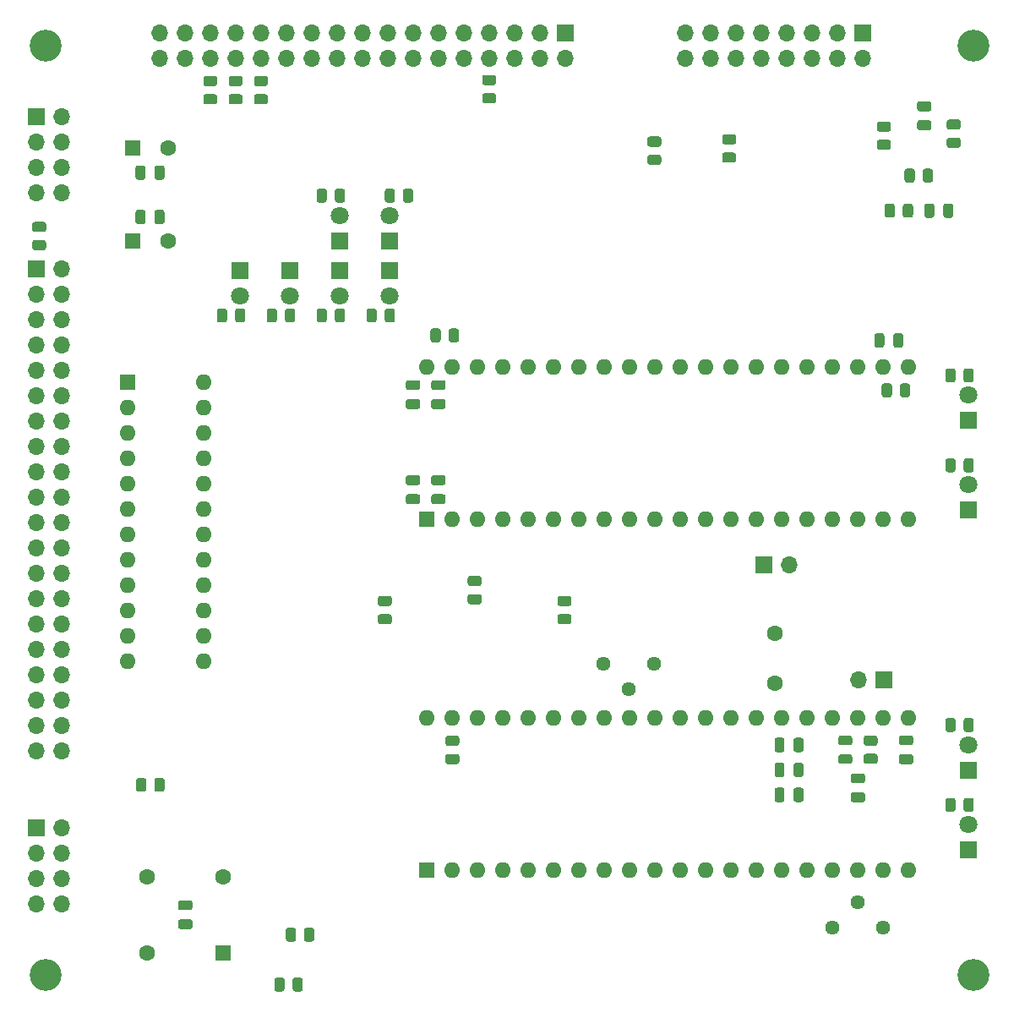
<source format=gbr>
%TF.GenerationSoftware,KiCad,Pcbnew,(5.1.9)-1*%
%TF.CreationDate,2021-06-05T00:45:16-04:00*%
%TF.ProjectId,main,6d61696e-2e6b-4696-9361-645f70636258,rev?*%
%TF.SameCoordinates,Original*%
%TF.FileFunction,Soldermask,Bot*%
%TF.FilePolarity,Negative*%
%FSLAX46Y46*%
G04 Gerber Fmt 4.6, Leading zero omitted, Abs format (unit mm)*
G04 Created by KiCad (PCBNEW (5.1.9)-1) date 2021-06-05 00:45:16*
%MOMM*%
%LPD*%
G01*
G04 APERTURE LIST*
%ADD10C,1.600000*%
%ADD11C,1.800000*%
%ADD12R,1.800000X1.800000*%
%ADD13C,1.440000*%
%ADD14O,1.700000X1.700000*%
%ADD15R,1.700000X1.700000*%
%ADD16R,1.600000X1.600000*%
%ADD17O,1.600000X1.600000*%
%ADD18C,3.200000*%
G04 APERTURE END LIST*
D10*
%TO.C,C44*%
X96600000Y-82300000D03*
X96600000Y-87300000D03*
%TD*%
%TO.C,C42*%
G36*
G01*
X109253000Y-94430000D02*
X110203000Y-94430000D01*
G75*
G02*
X110453000Y-94680000I0J-250000D01*
G01*
X110453000Y-95180000D01*
G75*
G02*
X110203000Y-95430000I-250000J0D01*
G01*
X109253000Y-95430000D01*
G75*
G02*
X109003000Y-95180000I0J250000D01*
G01*
X109003000Y-94680000D01*
G75*
G02*
X109253000Y-94430000I250000J0D01*
G01*
G37*
G36*
G01*
X109253000Y-92530000D02*
X110203000Y-92530000D01*
G75*
G02*
X110453000Y-92780000I0J-250000D01*
G01*
X110453000Y-93280000D01*
G75*
G02*
X110203000Y-93530000I-250000J0D01*
G01*
X109253000Y-93530000D01*
G75*
G02*
X109003000Y-93280000I0J250000D01*
G01*
X109003000Y-92780000D01*
G75*
G02*
X109253000Y-92530000I250000J0D01*
G01*
G37*
%TD*%
%TO.C,C40*%
G36*
G01*
X107550000Y-52525000D02*
X107550000Y-53475000D01*
G75*
G02*
X107300000Y-53725000I-250000J0D01*
G01*
X106800000Y-53725000D01*
G75*
G02*
X106550000Y-53475000I0J250000D01*
G01*
X106550000Y-52525000D01*
G75*
G02*
X106800000Y-52275000I250000J0D01*
G01*
X107300000Y-52275000D01*
G75*
G02*
X107550000Y-52525000I0J-250000D01*
G01*
G37*
G36*
G01*
X109450000Y-52525000D02*
X109450000Y-53475000D01*
G75*
G02*
X109200000Y-53725000I-250000J0D01*
G01*
X108700000Y-53725000D01*
G75*
G02*
X108450000Y-53475000I0J250000D01*
G01*
X108450000Y-52525000D01*
G75*
G02*
X108700000Y-52275000I250000J0D01*
G01*
X109200000Y-52275000D01*
G75*
G02*
X109450000Y-52525000I0J-250000D01*
G01*
G37*
%TD*%
%TO.C,C33*%
G36*
G01*
X60800000Y-67495000D02*
X59850000Y-67495000D01*
G75*
G02*
X59600000Y-67245000I0J250000D01*
G01*
X59600000Y-66745000D01*
G75*
G02*
X59850000Y-66495000I250000J0D01*
G01*
X60800000Y-66495000D01*
G75*
G02*
X61050000Y-66745000I0J-250000D01*
G01*
X61050000Y-67245000D01*
G75*
G02*
X60800000Y-67495000I-250000J0D01*
G01*
G37*
G36*
G01*
X60800000Y-69395000D02*
X59850000Y-69395000D01*
G75*
G02*
X59600000Y-69145000I0J250000D01*
G01*
X59600000Y-68645000D01*
G75*
G02*
X59850000Y-68395000I250000J0D01*
G01*
X60800000Y-68395000D01*
G75*
G02*
X61050000Y-68645000I0J-250000D01*
G01*
X61050000Y-69145000D01*
G75*
G02*
X60800000Y-69395000I-250000J0D01*
G01*
G37*
%TD*%
%TO.C,C32*%
G36*
G01*
X59850000Y-58870000D02*
X60800000Y-58870000D01*
G75*
G02*
X61050000Y-59120000I0J-250000D01*
G01*
X61050000Y-59620000D01*
G75*
G02*
X60800000Y-59870000I-250000J0D01*
G01*
X59850000Y-59870000D01*
G75*
G02*
X59600000Y-59620000I0J250000D01*
G01*
X59600000Y-59120000D01*
G75*
G02*
X59850000Y-58870000I250000J0D01*
G01*
G37*
G36*
G01*
X59850000Y-56970000D02*
X60800000Y-56970000D01*
G75*
G02*
X61050000Y-57220000I0J-250000D01*
G01*
X61050000Y-57720000D01*
G75*
G02*
X60800000Y-57970000I-250000J0D01*
G01*
X59850000Y-57970000D01*
G75*
G02*
X59600000Y-57720000I0J250000D01*
G01*
X59600000Y-57220000D01*
G75*
G02*
X59850000Y-56970000I250000J0D01*
G01*
G37*
%TD*%
%TO.C,R31*%
G36*
G01*
X52487500Y-38950001D02*
X52487500Y-38049999D01*
G75*
G02*
X52737499Y-37800000I249999J0D01*
G01*
X53262501Y-37800000D01*
G75*
G02*
X53512500Y-38049999I0J-249999D01*
G01*
X53512500Y-38950001D01*
G75*
G02*
X53262501Y-39200000I-249999J0D01*
G01*
X52737499Y-39200000D01*
G75*
G02*
X52487500Y-38950001I0J249999D01*
G01*
G37*
G36*
G01*
X50662500Y-38950001D02*
X50662500Y-38049999D01*
G75*
G02*
X50912499Y-37800000I249999J0D01*
G01*
X51437501Y-37800000D01*
G75*
G02*
X51687500Y-38049999I0J-249999D01*
G01*
X51687500Y-38950001D01*
G75*
G02*
X51437501Y-39200000I-249999J0D01*
G01*
X50912499Y-39200000D01*
G75*
G02*
X50662500Y-38950001I0J249999D01*
G01*
G37*
%TD*%
%TO.C,R30*%
G36*
G01*
X58512500Y-38049999D02*
X58512500Y-38950001D01*
G75*
G02*
X58262501Y-39200000I-249999J0D01*
G01*
X57737499Y-39200000D01*
G75*
G02*
X57487500Y-38950001I0J249999D01*
G01*
X57487500Y-38049999D01*
G75*
G02*
X57737499Y-37800000I249999J0D01*
G01*
X58262501Y-37800000D01*
G75*
G02*
X58512500Y-38049999I0J-249999D01*
G01*
G37*
G36*
G01*
X60337500Y-38049999D02*
X60337500Y-38950001D01*
G75*
G02*
X60087501Y-39200000I-249999J0D01*
G01*
X59562499Y-39200000D01*
G75*
G02*
X59312500Y-38950001I0J249999D01*
G01*
X59312500Y-38049999D01*
G75*
G02*
X59562499Y-37800000I249999J0D01*
G01*
X60087501Y-37800000D01*
G75*
G02*
X60337500Y-38049999I0J-249999D01*
G01*
G37*
%TD*%
%TO.C,R29*%
G36*
G01*
X57487500Y-50950001D02*
X57487500Y-50049999D01*
G75*
G02*
X57737499Y-49800000I249999J0D01*
G01*
X58262501Y-49800000D01*
G75*
G02*
X58512500Y-50049999I0J-249999D01*
G01*
X58512500Y-50950001D01*
G75*
G02*
X58262501Y-51200000I-249999J0D01*
G01*
X57737499Y-51200000D01*
G75*
G02*
X57487500Y-50950001I0J249999D01*
G01*
G37*
G36*
G01*
X55662500Y-50950001D02*
X55662500Y-50049999D01*
G75*
G02*
X55912499Y-49800000I249999J0D01*
G01*
X56437501Y-49800000D01*
G75*
G02*
X56687500Y-50049999I0J-249999D01*
G01*
X56687500Y-50950001D01*
G75*
G02*
X56437501Y-51200000I-249999J0D01*
G01*
X55912499Y-51200000D01*
G75*
G02*
X55662500Y-50950001I0J249999D01*
G01*
G37*
%TD*%
%TO.C,R28*%
G36*
G01*
X52487500Y-50950001D02*
X52487500Y-50049999D01*
G75*
G02*
X52737499Y-49800000I249999J0D01*
G01*
X53262501Y-49800000D01*
G75*
G02*
X53512500Y-50049999I0J-249999D01*
G01*
X53512500Y-50950001D01*
G75*
G02*
X53262501Y-51200000I-249999J0D01*
G01*
X52737499Y-51200000D01*
G75*
G02*
X52487500Y-50950001I0J249999D01*
G01*
G37*
G36*
G01*
X50662500Y-50950001D02*
X50662500Y-50049999D01*
G75*
G02*
X50912499Y-49800000I249999J0D01*
G01*
X51437501Y-49800000D01*
G75*
G02*
X51687500Y-50049999I0J-249999D01*
G01*
X51687500Y-50950001D01*
G75*
G02*
X51437501Y-51200000I-249999J0D01*
G01*
X50912499Y-51200000D01*
G75*
G02*
X50662500Y-50950001I0J249999D01*
G01*
G37*
%TD*%
%TO.C,R27*%
G36*
G01*
X47487500Y-50950001D02*
X47487500Y-50049999D01*
G75*
G02*
X47737499Y-49800000I249999J0D01*
G01*
X48262501Y-49800000D01*
G75*
G02*
X48512500Y-50049999I0J-249999D01*
G01*
X48512500Y-50950001D01*
G75*
G02*
X48262501Y-51200000I-249999J0D01*
G01*
X47737499Y-51200000D01*
G75*
G02*
X47487500Y-50950001I0J249999D01*
G01*
G37*
G36*
G01*
X45662500Y-50950001D02*
X45662500Y-50049999D01*
G75*
G02*
X45912499Y-49800000I249999J0D01*
G01*
X46437501Y-49800000D01*
G75*
G02*
X46687500Y-50049999I0J-249999D01*
G01*
X46687500Y-50950001D01*
G75*
G02*
X46437501Y-51200000I-249999J0D01*
G01*
X45912499Y-51200000D01*
G75*
G02*
X45662500Y-50950001I0J249999D01*
G01*
G37*
%TD*%
%TO.C,R26*%
G36*
G01*
X42487500Y-50950001D02*
X42487500Y-50049999D01*
G75*
G02*
X42737499Y-49800000I249999J0D01*
G01*
X43262501Y-49800000D01*
G75*
G02*
X43512500Y-50049999I0J-249999D01*
G01*
X43512500Y-50950001D01*
G75*
G02*
X43262501Y-51200000I-249999J0D01*
G01*
X42737499Y-51200000D01*
G75*
G02*
X42487500Y-50950001I0J249999D01*
G01*
G37*
G36*
G01*
X40662500Y-50950001D02*
X40662500Y-50049999D01*
G75*
G02*
X40912499Y-49800000I249999J0D01*
G01*
X41437501Y-49800000D01*
G75*
G02*
X41687500Y-50049999I0J-249999D01*
G01*
X41687500Y-50950001D01*
G75*
G02*
X41437501Y-51200000I-249999J0D01*
G01*
X40912499Y-51200000D01*
G75*
G02*
X40662500Y-50950001I0J249999D01*
G01*
G37*
%TD*%
%TO.C,R25*%
G36*
G01*
X115488000Y-65950001D02*
X115488000Y-65049999D01*
G75*
G02*
X115737999Y-64800000I249999J0D01*
G01*
X116263001Y-64800000D01*
G75*
G02*
X116513000Y-65049999I0J-249999D01*
G01*
X116513000Y-65950001D01*
G75*
G02*
X116263001Y-66200000I-249999J0D01*
G01*
X115737999Y-66200000D01*
G75*
G02*
X115488000Y-65950001I0J249999D01*
G01*
G37*
G36*
G01*
X113663000Y-65950001D02*
X113663000Y-65049999D01*
G75*
G02*
X113912999Y-64800000I249999J0D01*
G01*
X114438001Y-64800000D01*
G75*
G02*
X114688000Y-65049999I0J-249999D01*
G01*
X114688000Y-65950001D01*
G75*
G02*
X114438001Y-66200000I-249999J0D01*
G01*
X113912999Y-66200000D01*
G75*
G02*
X113663000Y-65950001I0J249999D01*
G01*
G37*
%TD*%
%TO.C,R24*%
G36*
G01*
X115488000Y-91950001D02*
X115488000Y-91049999D01*
G75*
G02*
X115737999Y-90800000I249999J0D01*
G01*
X116263001Y-90800000D01*
G75*
G02*
X116513000Y-91049999I0J-249999D01*
G01*
X116513000Y-91950001D01*
G75*
G02*
X116263001Y-92200000I-249999J0D01*
G01*
X115737999Y-92200000D01*
G75*
G02*
X115488000Y-91950001I0J249999D01*
G01*
G37*
G36*
G01*
X113663000Y-91950001D02*
X113663000Y-91049999D01*
G75*
G02*
X113912999Y-90800000I249999J0D01*
G01*
X114438001Y-90800000D01*
G75*
G02*
X114688000Y-91049999I0J-249999D01*
G01*
X114688000Y-91950001D01*
G75*
G02*
X114438001Y-92200000I-249999J0D01*
G01*
X113912999Y-92200000D01*
G75*
G02*
X113663000Y-91950001I0J249999D01*
G01*
G37*
%TD*%
%TO.C,R22*%
G36*
G01*
X115488000Y-56950001D02*
X115488000Y-56049999D01*
G75*
G02*
X115737999Y-55800000I249999J0D01*
G01*
X116263001Y-55800000D01*
G75*
G02*
X116513000Y-56049999I0J-249999D01*
G01*
X116513000Y-56950001D01*
G75*
G02*
X116263001Y-57200000I-249999J0D01*
G01*
X115737999Y-57200000D01*
G75*
G02*
X115488000Y-56950001I0J249999D01*
G01*
G37*
G36*
G01*
X113663000Y-56950001D02*
X113663000Y-56049999D01*
G75*
G02*
X113912999Y-55800000I249999J0D01*
G01*
X114438001Y-55800000D01*
G75*
G02*
X114688000Y-56049999I0J-249999D01*
G01*
X114688000Y-56950001D01*
G75*
G02*
X114438001Y-57200000I-249999J0D01*
G01*
X113912999Y-57200000D01*
G75*
G02*
X113663000Y-56950001I0J249999D01*
G01*
G37*
%TD*%
%TO.C,R21*%
G36*
G01*
X115488000Y-99950001D02*
X115488000Y-99049999D01*
G75*
G02*
X115737999Y-98800000I249999J0D01*
G01*
X116263001Y-98800000D01*
G75*
G02*
X116513000Y-99049999I0J-249999D01*
G01*
X116513000Y-99950001D01*
G75*
G02*
X116263001Y-100200000I-249999J0D01*
G01*
X115737999Y-100200000D01*
G75*
G02*
X115488000Y-99950001I0J249999D01*
G01*
G37*
G36*
G01*
X113663000Y-99950001D02*
X113663000Y-99049999D01*
G75*
G02*
X113912999Y-98800000I249999J0D01*
G01*
X114438001Y-98800000D01*
G75*
G02*
X114688000Y-99049999I0J-249999D01*
G01*
X114688000Y-99950001D01*
G75*
G02*
X114438001Y-100200000I-249999J0D01*
G01*
X113912999Y-100200000D01*
G75*
G02*
X113663000Y-99950001I0J249999D01*
G01*
G37*
%TD*%
D11*
%TO.C,D11*%
X53000000Y-40460000D03*
D12*
X53000000Y-43000000D03*
%TD*%
D11*
%TO.C,D10*%
X58000000Y-40460000D03*
D12*
X58000000Y-43000000D03*
%TD*%
D11*
%TO.C,D9*%
X58000000Y-48540000D03*
D12*
X58000000Y-46000000D03*
%TD*%
D11*
%TO.C,D8*%
X53000000Y-48540000D03*
D12*
X53000000Y-46000000D03*
%TD*%
D11*
%TO.C,D7*%
X48000000Y-48540000D03*
D12*
X48000000Y-46000000D03*
%TD*%
D11*
%TO.C,D6*%
X43000000Y-48540000D03*
D12*
X43000000Y-46000000D03*
%TD*%
D11*
%TO.C,D5*%
X116000000Y-67460000D03*
D12*
X116000000Y-70000000D03*
%TD*%
D11*
%TO.C,D4*%
X116000000Y-93460000D03*
D12*
X116000000Y-96000000D03*
%TD*%
D11*
%TO.C,D3*%
X116000000Y-58460000D03*
D12*
X116000000Y-61000000D03*
%TD*%
D11*
%TO.C,D2*%
X116000000Y-101460000D03*
D12*
X116000000Y-104000000D03*
%TD*%
%TO.C,C31*%
G36*
G01*
X63340000Y-67495000D02*
X62390000Y-67495000D01*
G75*
G02*
X62140000Y-67245000I0J250000D01*
G01*
X62140000Y-66745000D01*
G75*
G02*
X62390000Y-66495000I250000J0D01*
G01*
X63340000Y-66495000D01*
G75*
G02*
X63590000Y-66745000I0J-250000D01*
G01*
X63590000Y-67245000D01*
G75*
G02*
X63340000Y-67495000I-250000J0D01*
G01*
G37*
G36*
G01*
X63340000Y-69395000D02*
X62390000Y-69395000D01*
G75*
G02*
X62140000Y-69145000I0J250000D01*
G01*
X62140000Y-68645000D01*
G75*
G02*
X62390000Y-68395000I250000J0D01*
G01*
X63340000Y-68395000D01*
G75*
G02*
X63590000Y-68645000I0J-250000D01*
G01*
X63590000Y-69145000D01*
G75*
G02*
X63340000Y-69395000I-250000J0D01*
G01*
G37*
%TD*%
%TO.C,C30*%
G36*
G01*
X62390000Y-58870000D02*
X63340000Y-58870000D01*
G75*
G02*
X63590000Y-59120000I0J-250000D01*
G01*
X63590000Y-59620000D01*
G75*
G02*
X63340000Y-59870000I-250000J0D01*
G01*
X62390000Y-59870000D01*
G75*
G02*
X62140000Y-59620000I0J250000D01*
G01*
X62140000Y-59120000D01*
G75*
G02*
X62390000Y-58870000I250000J0D01*
G01*
G37*
G36*
G01*
X62390000Y-56970000D02*
X63340000Y-56970000D01*
G75*
G02*
X63590000Y-57220000I0J-250000D01*
G01*
X63590000Y-57720000D01*
G75*
G02*
X63340000Y-57970000I-250000J0D01*
G01*
X62390000Y-57970000D01*
G75*
G02*
X62140000Y-57720000I0J250000D01*
G01*
X62140000Y-57220000D01*
G75*
G02*
X62390000Y-56970000I250000J0D01*
G01*
G37*
%TD*%
%TO.C,R23*%
G36*
G01*
X75049999Y-80400000D02*
X75950001Y-80400000D01*
G75*
G02*
X76200000Y-80649999I0J-249999D01*
G01*
X76200000Y-81175001D01*
G75*
G02*
X75950001Y-81425000I-249999J0D01*
G01*
X75049999Y-81425000D01*
G75*
G02*
X74800000Y-81175001I0J249999D01*
G01*
X74800000Y-80649999D01*
G75*
G02*
X75049999Y-80400000I249999J0D01*
G01*
G37*
G36*
G01*
X75049999Y-78575000D02*
X75950001Y-78575000D01*
G75*
G02*
X76200000Y-78824999I0J-249999D01*
G01*
X76200000Y-79350001D01*
G75*
G02*
X75950001Y-79600000I-249999J0D01*
G01*
X75049999Y-79600000D01*
G75*
G02*
X74800000Y-79350001I0J249999D01*
G01*
X74800000Y-78824999D01*
G75*
G02*
X75049999Y-78575000I249999J0D01*
G01*
G37*
%TD*%
%TO.C,R20*%
G36*
G01*
X40455001Y-27540000D02*
X39554999Y-27540000D01*
G75*
G02*
X39305000Y-27290001I0J249999D01*
G01*
X39305000Y-26764999D01*
G75*
G02*
X39554999Y-26515000I249999J0D01*
G01*
X40455001Y-26515000D01*
G75*
G02*
X40705000Y-26764999I0J-249999D01*
G01*
X40705000Y-27290001D01*
G75*
G02*
X40455001Y-27540000I-249999J0D01*
G01*
G37*
G36*
G01*
X40455001Y-29365000D02*
X39554999Y-29365000D01*
G75*
G02*
X39305000Y-29115001I0J249999D01*
G01*
X39305000Y-28589999D01*
G75*
G02*
X39554999Y-28340000I249999J0D01*
G01*
X40455001Y-28340000D01*
G75*
G02*
X40705000Y-28589999I0J-249999D01*
G01*
X40705000Y-29115001D01*
G75*
G02*
X40455001Y-29365000I-249999J0D01*
G01*
G37*
%TD*%
%TO.C,R19*%
G36*
G01*
X42995001Y-27540000D02*
X42094999Y-27540000D01*
G75*
G02*
X41845000Y-27290001I0J249999D01*
G01*
X41845000Y-26764999D01*
G75*
G02*
X42094999Y-26515000I249999J0D01*
G01*
X42995001Y-26515000D01*
G75*
G02*
X43245000Y-26764999I0J-249999D01*
G01*
X43245000Y-27290001D01*
G75*
G02*
X42995001Y-27540000I-249999J0D01*
G01*
G37*
G36*
G01*
X42995001Y-29365000D02*
X42094999Y-29365000D01*
G75*
G02*
X41845000Y-29115001I0J249999D01*
G01*
X41845000Y-28589999D01*
G75*
G02*
X42094999Y-28340000I249999J0D01*
G01*
X42995001Y-28340000D01*
G75*
G02*
X43245000Y-28589999I0J-249999D01*
G01*
X43245000Y-29115001D01*
G75*
G02*
X42995001Y-29365000I-249999J0D01*
G01*
G37*
%TD*%
%TO.C,R18*%
G36*
G01*
X45535001Y-27540000D02*
X44634999Y-27540000D01*
G75*
G02*
X44385000Y-27290001I0J249999D01*
G01*
X44385000Y-26764999D01*
G75*
G02*
X44634999Y-26515000I249999J0D01*
G01*
X45535001Y-26515000D01*
G75*
G02*
X45785000Y-26764999I0J-249999D01*
G01*
X45785000Y-27290001D01*
G75*
G02*
X45535001Y-27540000I-249999J0D01*
G01*
G37*
G36*
G01*
X45535001Y-29365000D02*
X44634999Y-29365000D01*
G75*
G02*
X44385000Y-29115001I0J249999D01*
G01*
X44385000Y-28589999D01*
G75*
G02*
X44634999Y-28340000I249999J0D01*
G01*
X45535001Y-28340000D01*
G75*
G02*
X45785000Y-28589999I0J-249999D01*
G01*
X45785000Y-29115001D01*
G75*
G02*
X45535001Y-29365000I-249999J0D01*
G01*
G37*
%TD*%
%TO.C,R17*%
G36*
G01*
X68395001Y-27436500D02*
X67494999Y-27436500D01*
G75*
G02*
X67245000Y-27186501I0J249999D01*
G01*
X67245000Y-26661499D01*
G75*
G02*
X67494999Y-26411500I249999J0D01*
G01*
X68395001Y-26411500D01*
G75*
G02*
X68645000Y-26661499I0J-249999D01*
G01*
X68645000Y-27186501D01*
G75*
G02*
X68395001Y-27436500I-249999J0D01*
G01*
G37*
G36*
G01*
X68395001Y-29261500D02*
X67494999Y-29261500D01*
G75*
G02*
X67245000Y-29011501I0J249999D01*
G01*
X67245000Y-28486499D01*
G75*
G02*
X67494999Y-28236500I249999J0D01*
G01*
X68395001Y-28236500D01*
G75*
G02*
X68645000Y-28486499I0J-249999D01*
G01*
X68645000Y-29011501D01*
G75*
G02*
X68395001Y-29261500I-249999J0D01*
G01*
G37*
%TD*%
%TO.C,R12*%
G36*
G01*
X66049999Y-78400000D02*
X66950001Y-78400000D01*
G75*
G02*
X67200000Y-78649999I0J-249999D01*
G01*
X67200000Y-79175001D01*
G75*
G02*
X66950001Y-79425000I-249999J0D01*
G01*
X66049999Y-79425000D01*
G75*
G02*
X65800000Y-79175001I0J249999D01*
G01*
X65800000Y-78649999D01*
G75*
G02*
X66049999Y-78400000I249999J0D01*
G01*
G37*
G36*
G01*
X66049999Y-76575000D02*
X66950001Y-76575000D01*
G75*
G02*
X67200000Y-76824999I0J-249999D01*
G01*
X67200000Y-77350001D01*
G75*
G02*
X66950001Y-77600000I-249999J0D01*
G01*
X66049999Y-77600000D01*
G75*
G02*
X65800000Y-77350001I0J249999D01*
G01*
X65800000Y-76824999D01*
G75*
G02*
X66049999Y-76575000I249999J0D01*
G01*
G37*
%TD*%
D13*
%TO.C,RV2*%
X79375000Y-85344000D03*
X81915000Y-87884000D03*
X84455000Y-85344000D03*
%TD*%
%TO.C,RV1*%
X107442000Y-111760000D03*
X104902000Y-109220000D03*
X102362000Y-111760000D03*
%TD*%
%TO.C,C14*%
G36*
G01*
X97550000Y-98025000D02*
X97550000Y-98975000D01*
G75*
G02*
X97300000Y-99225000I-250000J0D01*
G01*
X96800000Y-99225000D01*
G75*
G02*
X96550000Y-98975000I0J250000D01*
G01*
X96550000Y-98025000D01*
G75*
G02*
X96800000Y-97775000I250000J0D01*
G01*
X97300000Y-97775000D01*
G75*
G02*
X97550000Y-98025000I0J-250000D01*
G01*
G37*
G36*
G01*
X99450000Y-98025000D02*
X99450000Y-98975000D01*
G75*
G02*
X99200000Y-99225000I-250000J0D01*
G01*
X98700000Y-99225000D01*
G75*
G02*
X98450000Y-98975000I0J250000D01*
G01*
X98450000Y-98025000D01*
G75*
G02*
X98700000Y-97775000I250000J0D01*
G01*
X99200000Y-97775000D01*
G75*
G02*
X99450000Y-98025000I0J-250000D01*
G01*
G37*
%TD*%
%TO.C,C13*%
G36*
G01*
X97550000Y-93025000D02*
X97550000Y-93975000D01*
G75*
G02*
X97300000Y-94225000I-250000J0D01*
G01*
X96800000Y-94225000D01*
G75*
G02*
X96550000Y-93975000I0J250000D01*
G01*
X96550000Y-93025000D01*
G75*
G02*
X96800000Y-92775000I250000J0D01*
G01*
X97300000Y-92775000D01*
G75*
G02*
X97550000Y-93025000I0J-250000D01*
G01*
G37*
G36*
G01*
X99450000Y-93025000D02*
X99450000Y-93975000D01*
G75*
G02*
X99200000Y-94225000I-250000J0D01*
G01*
X98700000Y-94225000D01*
G75*
G02*
X98450000Y-93975000I0J250000D01*
G01*
X98450000Y-93025000D01*
G75*
G02*
X98700000Y-92775000I250000J0D01*
G01*
X99200000Y-92775000D01*
G75*
G02*
X99450000Y-93025000I0J-250000D01*
G01*
G37*
%TD*%
%TO.C,C12*%
G36*
G01*
X97550000Y-95525000D02*
X97550000Y-96475000D01*
G75*
G02*
X97300000Y-96725000I-250000J0D01*
G01*
X96800000Y-96725000D01*
G75*
G02*
X96550000Y-96475000I0J250000D01*
G01*
X96550000Y-95525000D01*
G75*
G02*
X96800000Y-95275000I250000J0D01*
G01*
X97300000Y-95275000D01*
G75*
G02*
X97550000Y-95525000I0J-250000D01*
G01*
G37*
G36*
G01*
X99450000Y-95525000D02*
X99450000Y-96475000D01*
G75*
G02*
X99200000Y-96725000I-250000J0D01*
G01*
X98700000Y-96725000D01*
G75*
G02*
X98450000Y-96475000I0J250000D01*
G01*
X98450000Y-95525000D01*
G75*
G02*
X98700000Y-95275000I250000J0D01*
G01*
X99200000Y-95275000D01*
G75*
G02*
X99450000Y-95525000I0J-250000D01*
G01*
G37*
%TD*%
%TO.C,R11*%
G36*
G01*
X106622001Y-93580000D02*
X105721999Y-93580000D01*
G75*
G02*
X105472000Y-93330001I0J249999D01*
G01*
X105472000Y-92804999D01*
G75*
G02*
X105721999Y-92555000I249999J0D01*
G01*
X106622001Y-92555000D01*
G75*
G02*
X106872000Y-92804999I0J-249999D01*
G01*
X106872000Y-93330001D01*
G75*
G02*
X106622001Y-93580000I-249999J0D01*
G01*
G37*
G36*
G01*
X106622001Y-95405000D02*
X105721999Y-95405000D01*
G75*
G02*
X105472000Y-95155001I0J249999D01*
G01*
X105472000Y-94629999D01*
G75*
G02*
X105721999Y-94380000I249999J0D01*
G01*
X106622001Y-94380000D01*
G75*
G02*
X106872000Y-94629999I0J-249999D01*
G01*
X106872000Y-95155001D01*
G75*
G02*
X106622001Y-95405000I-249999J0D01*
G01*
G37*
%TD*%
%TO.C,R8*%
G36*
G01*
X64712001Y-93600000D02*
X63811999Y-93600000D01*
G75*
G02*
X63562000Y-93350001I0J249999D01*
G01*
X63562000Y-92824999D01*
G75*
G02*
X63811999Y-92575000I249999J0D01*
G01*
X64712001Y-92575000D01*
G75*
G02*
X64962000Y-92824999I0J-249999D01*
G01*
X64962000Y-93350001D01*
G75*
G02*
X64712001Y-93600000I-249999J0D01*
G01*
G37*
G36*
G01*
X64712001Y-95425000D02*
X63811999Y-95425000D01*
G75*
G02*
X63562000Y-95175001I0J249999D01*
G01*
X63562000Y-94649999D01*
G75*
G02*
X63811999Y-94400000I249999J0D01*
G01*
X64712001Y-94400000D01*
G75*
G02*
X64962000Y-94649999I0J-249999D01*
G01*
X64962000Y-95175001D01*
G75*
G02*
X64712001Y-95425000I-249999J0D01*
G01*
G37*
%TD*%
%TO.C,R3*%
G36*
G01*
X63900000Y-52950001D02*
X63900000Y-52049999D01*
G75*
G02*
X64149999Y-51800000I249999J0D01*
G01*
X64675001Y-51800000D01*
G75*
G02*
X64925000Y-52049999I0J-249999D01*
G01*
X64925000Y-52950001D01*
G75*
G02*
X64675001Y-53200000I-249999J0D01*
G01*
X64149999Y-53200000D01*
G75*
G02*
X63900000Y-52950001I0J249999D01*
G01*
G37*
G36*
G01*
X62075000Y-52950001D02*
X62075000Y-52049999D01*
G75*
G02*
X62324999Y-51800000I249999J0D01*
G01*
X62850001Y-51800000D01*
G75*
G02*
X63100000Y-52049999I0J-249999D01*
G01*
X63100000Y-52950001D01*
G75*
G02*
X62850001Y-53200000I-249999J0D01*
G01*
X62324999Y-53200000D01*
G75*
G02*
X62075000Y-52950001I0J249999D01*
G01*
G37*
%TD*%
%TO.C,R14*%
G36*
G01*
X84950001Y-33600000D02*
X84049999Y-33600000D01*
G75*
G02*
X83800000Y-33350001I0J249999D01*
G01*
X83800000Y-32824999D01*
G75*
G02*
X84049999Y-32575000I249999J0D01*
G01*
X84950001Y-32575000D01*
G75*
G02*
X85200000Y-32824999I0J-249999D01*
G01*
X85200000Y-33350001D01*
G75*
G02*
X84950001Y-33600000I-249999J0D01*
G01*
G37*
G36*
G01*
X84950001Y-35425000D02*
X84049999Y-35425000D01*
G75*
G02*
X83800000Y-35175001I0J249999D01*
G01*
X83800000Y-34649999D01*
G75*
G02*
X84049999Y-34400000I249999J0D01*
G01*
X84950001Y-34400000D01*
G75*
G02*
X85200000Y-34649999I0J-249999D01*
G01*
X85200000Y-35175001D01*
G75*
G02*
X84950001Y-35425000I-249999J0D01*
G01*
G37*
%TD*%
D14*
%TO.C,JP2*%
X104960000Y-87000000D03*
D15*
X107500000Y-87000000D03*
%TD*%
%TO.C,D1*%
G36*
G01*
X104088250Y-93530000D02*
X103175750Y-93530000D01*
G75*
G02*
X102932000Y-93286250I0J243750D01*
G01*
X102932000Y-92798750D01*
G75*
G02*
X103175750Y-92555000I243750J0D01*
G01*
X104088250Y-92555000D01*
G75*
G02*
X104332000Y-92798750I0J-243750D01*
G01*
X104332000Y-93286250D01*
G75*
G02*
X104088250Y-93530000I-243750J0D01*
G01*
G37*
G36*
G01*
X104088250Y-95405000D02*
X103175750Y-95405000D01*
G75*
G02*
X102932000Y-95161250I0J243750D01*
G01*
X102932000Y-94673750D01*
G75*
G02*
X103175750Y-94430000I243750J0D01*
G01*
X104088250Y-94430000D01*
G75*
G02*
X104332000Y-94673750I0J-243750D01*
G01*
X104332000Y-95161250D01*
G75*
G02*
X104088250Y-95405000I-243750J0D01*
G01*
G37*
%TD*%
%TO.C,C9*%
G36*
G01*
X105377000Y-97340000D02*
X104427000Y-97340000D01*
G75*
G02*
X104177000Y-97090000I0J250000D01*
G01*
X104177000Y-96590000D01*
G75*
G02*
X104427000Y-96340000I250000J0D01*
G01*
X105377000Y-96340000D01*
G75*
G02*
X105627000Y-96590000I0J-250000D01*
G01*
X105627000Y-97090000D01*
G75*
G02*
X105377000Y-97340000I-250000J0D01*
G01*
G37*
G36*
G01*
X105377000Y-99240000D02*
X104427000Y-99240000D01*
G75*
G02*
X104177000Y-98990000I0J250000D01*
G01*
X104177000Y-98490000D01*
G75*
G02*
X104427000Y-98240000I250000J0D01*
G01*
X105377000Y-98240000D01*
G75*
G02*
X105627000Y-98490000I0J-250000D01*
G01*
X105627000Y-98990000D01*
G75*
G02*
X105377000Y-99240000I-250000J0D01*
G01*
G37*
%TD*%
D10*
%TO.C,X1*%
X41275000Y-106680000D03*
X33655000Y-106680000D03*
X33655000Y-114300000D03*
D16*
X41275000Y-114300000D03*
%TD*%
%TO.C,R10*%
G36*
G01*
X34400000Y-97950001D02*
X34400000Y-97049999D01*
G75*
G02*
X34649999Y-96800000I249999J0D01*
G01*
X35175001Y-96800000D01*
G75*
G02*
X35425000Y-97049999I0J-249999D01*
G01*
X35425000Y-97950001D01*
G75*
G02*
X35175001Y-98200000I-249999J0D01*
G01*
X34649999Y-98200000D01*
G75*
G02*
X34400000Y-97950001I0J249999D01*
G01*
G37*
G36*
G01*
X32575000Y-97950001D02*
X32575000Y-97049999D01*
G75*
G02*
X32824999Y-96800000I249999J0D01*
G01*
X33350001Y-96800000D01*
G75*
G02*
X33600000Y-97049999I0J-249999D01*
G01*
X33600000Y-97950001D01*
G75*
G02*
X33350001Y-98200000I-249999J0D01*
G01*
X32824999Y-98200000D01*
G75*
G02*
X32575000Y-97950001I0J249999D01*
G01*
G37*
%TD*%
%TO.C,R9*%
G36*
G01*
X49400000Y-112950001D02*
X49400000Y-112049999D01*
G75*
G02*
X49649999Y-111800000I249999J0D01*
G01*
X50175001Y-111800000D01*
G75*
G02*
X50425000Y-112049999I0J-249999D01*
G01*
X50425000Y-112950001D01*
G75*
G02*
X50175001Y-113200000I-249999J0D01*
G01*
X49649999Y-113200000D01*
G75*
G02*
X49400000Y-112950001I0J249999D01*
G01*
G37*
G36*
G01*
X47575000Y-112950001D02*
X47575000Y-112049999D01*
G75*
G02*
X47824999Y-111800000I249999J0D01*
G01*
X48350001Y-111800000D01*
G75*
G02*
X48600000Y-112049999I0J-249999D01*
G01*
X48600000Y-112950001D01*
G75*
G02*
X48350001Y-113200000I-249999J0D01*
G01*
X47824999Y-113200000D01*
G75*
G02*
X47575000Y-112950001I0J249999D01*
G01*
G37*
%TD*%
%TO.C,R7*%
G36*
G01*
X48255500Y-117950001D02*
X48255500Y-117049999D01*
G75*
G02*
X48505499Y-116800000I249999J0D01*
G01*
X49030501Y-116800000D01*
G75*
G02*
X49280500Y-117049999I0J-249999D01*
G01*
X49280500Y-117950001D01*
G75*
G02*
X49030501Y-118200000I-249999J0D01*
G01*
X48505499Y-118200000D01*
G75*
G02*
X48255500Y-117950001I0J249999D01*
G01*
G37*
G36*
G01*
X46430500Y-117950001D02*
X46430500Y-117049999D01*
G75*
G02*
X46680499Y-116800000I249999J0D01*
G01*
X47205501Y-116800000D01*
G75*
G02*
X47455500Y-117049999I0J-249999D01*
G01*
X47455500Y-117950001D01*
G75*
G02*
X47205501Y-118200000I-249999J0D01*
G01*
X46680499Y-118200000D01*
G75*
G02*
X46430500Y-117950001I0J249999D01*
G01*
G37*
%TD*%
D14*
%TO.C,J5*%
X87630000Y-24765000D03*
X87630000Y-22225000D03*
X90170000Y-24765000D03*
X90170000Y-22225000D03*
X92710000Y-24765000D03*
X92710000Y-22225000D03*
X95250000Y-24765000D03*
X95250000Y-22225000D03*
X97790000Y-24765000D03*
X97790000Y-22225000D03*
X100330000Y-24765000D03*
X100330000Y-22225000D03*
X102870000Y-24765000D03*
X102870000Y-22225000D03*
X105410000Y-24765000D03*
D15*
X105410000Y-22225000D03*
%TD*%
D14*
%TO.C,J2*%
X34925000Y-24765000D03*
X34925000Y-22225000D03*
X37465000Y-24765000D03*
X37465000Y-22225000D03*
X40005000Y-24765000D03*
X40005000Y-22225000D03*
X42545000Y-24765000D03*
X42545000Y-22225000D03*
X45085000Y-24765000D03*
X45085000Y-22225000D03*
X47625000Y-24765000D03*
X47625000Y-22225000D03*
X50165000Y-24765000D03*
X50165000Y-22225000D03*
X52705000Y-24765000D03*
X52705000Y-22225000D03*
X55245000Y-24765000D03*
X55245000Y-22225000D03*
X57785000Y-24765000D03*
X57785000Y-22225000D03*
X60325000Y-24765000D03*
X60325000Y-22225000D03*
X62865000Y-24765000D03*
X62865000Y-22225000D03*
X65405000Y-24765000D03*
X65405000Y-22225000D03*
X67945000Y-24765000D03*
X67945000Y-22225000D03*
X70485000Y-24765000D03*
X70485000Y-22225000D03*
X73025000Y-24765000D03*
X73025000Y-22225000D03*
X75565000Y-24765000D03*
D15*
X75565000Y-22225000D03*
%TD*%
%TO.C,R2*%
G36*
G01*
X107950001Y-32100000D02*
X107049999Y-32100000D01*
G75*
G02*
X106800000Y-31850001I0J249999D01*
G01*
X106800000Y-31324999D01*
G75*
G02*
X107049999Y-31075000I249999J0D01*
G01*
X107950001Y-31075000D01*
G75*
G02*
X108200000Y-31324999I0J-249999D01*
G01*
X108200000Y-31850001D01*
G75*
G02*
X107950001Y-32100000I-249999J0D01*
G01*
G37*
G36*
G01*
X107950001Y-33925000D02*
X107049999Y-33925000D01*
G75*
G02*
X106800000Y-33675001I0J249999D01*
G01*
X106800000Y-33149999D01*
G75*
G02*
X107049999Y-32900000I249999J0D01*
G01*
X107950001Y-32900000D01*
G75*
G02*
X108200000Y-33149999I0J-249999D01*
G01*
X108200000Y-33675001D01*
G75*
G02*
X107950001Y-33925000I-249999J0D01*
G01*
G37*
%TD*%
%TO.C,R1*%
G36*
G01*
X114950001Y-31892000D02*
X114049999Y-31892000D01*
G75*
G02*
X113800000Y-31642001I0J249999D01*
G01*
X113800000Y-31116999D01*
G75*
G02*
X114049999Y-30867000I249999J0D01*
G01*
X114950001Y-30867000D01*
G75*
G02*
X115200000Y-31116999I0J-249999D01*
G01*
X115200000Y-31642001D01*
G75*
G02*
X114950001Y-31892000I-249999J0D01*
G01*
G37*
G36*
G01*
X114950001Y-33717000D02*
X114049999Y-33717000D01*
G75*
G02*
X113800000Y-33467001I0J249999D01*
G01*
X113800000Y-32941999D01*
G75*
G02*
X114049999Y-32692000I249999J0D01*
G01*
X114950001Y-32692000D01*
G75*
G02*
X115200000Y-32941999I0J-249999D01*
G01*
X115200000Y-33467001D01*
G75*
G02*
X114950001Y-33717000I-249999J0D01*
G01*
G37*
%TD*%
%TO.C,C5*%
G36*
G01*
X112024000Y-30050000D02*
X111074000Y-30050000D01*
G75*
G02*
X110824000Y-29800000I0J250000D01*
G01*
X110824000Y-29300000D01*
G75*
G02*
X111074000Y-29050000I250000J0D01*
G01*
X112024000Y-29050000D01*
G75*
G02*
X112274000Y-29300000I0J-250000D01*
G01*
X112274000Y-29800000D01*
G75*
G02*
X112024000Y-30050000I-250000J0D01*
G01*
G37*
G36*
G01*
X112024000Y-31950000D02*
X111074000Y-31950000D01*
G75*
G02*
X110824000Y-31700000I0J250000D01*
G01*
X110824000Y-31200000D01*
G75*
G02*
X111074000Y-30950000I250000J0D01*
G01*
X112024000Y-30950000D01*
G75*
G02*
X112274000Y-31200000I0J-250000D01*
G01*
X112274000Y-31700000D01*
G75*
G02*
X112024000Y-31950000I-250000J0D01*
G01*
G37*
%TD*%
%TO.C,R16*%
G36*
G01*
X91549999Y-34182000D02*
X92450001Y-34182000D01*
G75*
G02*
X92700000Y-34431999I0J-249999D01*
G01*
X92700000Y-34957001D01*
G75*
G02*
X92450001Y-35207000I-249999J0D01*
G01*
X91549999Y-35207000D01*
G75*
G02*
X91300000Y-34957001I0J249999D01*
G01*
X91300000Y-34431999D01*
G75*
G02*
X91549999Y-34182000I249999J0D01*
G01*
G37*
G36*
G01*
X91549999Y-32357000D02*
X92450001Y-32357000D01*
G75*
G02*
X92700000Y-32606999I0J-249999D01*
G01*
X92700000Y-33132001D01*
G75*
G02*
X92450001Y-33382000I-249999J0D01*
G01*
X91549999Y-33382000D01*
G75*
G02*
X91300000Y-33132001I0J249999D01*
G01*
X91300000Y-32606999D01*
G75*
G02*
X91549999Y-32357000I249999J0D01*
G01*
G37*
%TD*%
%TO.C,R15*%
G36*
G01*
X111400000Y-36950001D02*
X111400000Y-36049999D01*
G75*
G02*
X111649999Y-35800000I249999J0D01*
G01*
X112175001Y-35800000D01*
G75*
G02*
X112425000Y-36049999I0J-249999D01*
G01*
X112425000Y-36950001D01*
G75*
G02*
X112175001Y-37200000I-249999J0D01*
G01*
X111649999Y-37200000D01*
G75*
G02*
X111400000Y-36950001I0J249999D01*
G01*
G37*
G36*
G01*
X109575000Y-36950001D02*
X109575000Y-36049999D01*
G75*
G02*
X109824999Y-35800000I249999J0D01*
G01*
X110350001Y-35800000D01*
G75*
G02*
X110600000Y-36049999I0J-249999D01*
G01*
X110600000Y-36950001D01*
G75*
G02*
X110350001Y-37200000I-249999J0D01*
G01*
X109824999Y-37200000D01*
G75*
G02*
X109575000Y-36950001I0J249999D01*
G01*
G37*
%TD*%
%TO.C,R13*%
G36*
G01*
X109400000Y-40450001D02*
X109400000Y-39549999D01*
G75*
G02*
X109649999Y-39300000I249999J0D01*
G01*
X110175001Y-39300000D01*
G75*
G02*
X110425000Y-39549999I0J-249999D01*
G01*
X110425000Y-40450001D01*
G75*
G02*
X110175001Y-40700000I-249999J0D01*
G01*
X109649999Y-40700000D01*
G75*
G02*
X109400000Y-40450001I0J249999D01*
G01*
G37*
G36*
G01*
X107575000Y-40450001D02*
X107575000Y-39549999D01*
G75*
G02*
X107824999Y-39300000I249999J0D01*
G01*
X108350001Y-39300000D01*
G75*
G02*
X108600000Y-39549999I0J-249999D01*
G01*
X108600000Y-40450001D01*
G75*
G02*
X108350001Y-40700000I-249999J0D01*
G01*
X107824999Y-40700000D01*
G75*
G02*
X107575000Y-40450001I0J249999D01*
G01*
G37*
%TD*%
%TO.C,C15*%
G36*
G01*
X113450000Y-40475000D02*
X113450000Y-39525000D01*
G75*
G02*
X113700000Y-39275000I250000J0D01*
G01*
X114200000Y-39275000D01*
G75*
G02*
X114450000Y-39525000I0J-250000D01*
G01*
X114450000Y-40475000D01*
G75*
G02*
X114200000Y-40725000I-250000J0D01*
G01*
X113700000Y-40725000D01*
G75*
G02*
X113450000Y-40475000I0J250000D01*
G01*
G37*
G36*
G01*
X111550000Y-40475000D02*
X111550000Y-39525000D01*
G75*
G02*
X111800000Y-39275000I250000J0D01*
G01*
X112300000Y-39275000D01*
G75*
G02*
X112550000Y-39525000I0J-250000D01*
G01*
X112550000Y-40475000D01*
G75*
G02*
X112300000Y-40725000I-250000J0D01*
G01*
X111800000Y-40725000D01*
G75*
G02*
X111550000Y-40475000I0J250000D01*
G01*
G37*
%TD*%
D14*
%TO.C,JP1*%
X98040000Y-75500000D03*
D15*
X95500000Y-75500000D03*
%TD*%
D17*
%TO.C,U22*%
X39370000Y-57150000D03*
X31750000Y-85090000D03*
X39370000Y-59690000D03*
X31750000Y-82550000D03*
X39370000Y-62230000D03*
X31750000Y-80010000D03*
X39370000Y-64770000D03*
X31750000Y-77470000D03*
X39370000Y-67310000D03*
X31750000Y-74930000D03*
X39370000Y-69850000D03*
X31750000Y-72390000D03*
X39370000Y-72390000D03*
X31750000Y-69850000D03*
X39370000Y-74930000D03*
X31750000Y-67310000D03*
X39370000Y-77470000D03*
X31750000Y-64770000D03*
X39370000Y-80010000D03*
X31750000Y-62230000D03*
X39370000Y-82550000D03*
X31750000Y-59690000D03*
X39370000Y-85090000D03*
D16*
X31750000Y-57150000D03*
%TD*%
%TO.C,R5*%
G36*
G01*
X57049999Y-80400000D02*
X57950001Y-80400000D01*
G75*
G02*
X58200000Y-80649999I0J-249999D01*
G01*
X58200000Y-81175001D01*
G75*
G02*
X57950001Y-81425000I-249999J0D01*
G01*
X57049999Y-81425000D01*
G75*
G02*
X56800000Y-81175001I0J249999D01*
G01*
X56800000Y-80649999D01*
G75*
G02*
X57049999Y-80400000I249999J0D01*
G01*
G37*
G36*
G01*
X57049999Y-78575000D02*
X57950001Y-78575000D01*
G75*
G02*
X58200000Y-78824999I0J-249999D01*
G01*
X58200000Y-79350001D01*
G75*
G02*
X57950001Y-79600000I-249999J0D01*
G01*
X57049999Y-79600000D01*
G75*
G02*
X56800000Y-79350001I0J249999D01*
G01*
X56800000Y-78824999D01*
G75*
G02*
X57049999Y-78575000I249999J0D01*
G01*
G37*
%TD*%
%TO.C,R4*%
G36*
G01*
X22409999Y-42945000D02*
X23310001Y-42945000D01*
G75*
G02*
X23560000Y-43194999I0J-249999D01*
G01*
X23560000Y-43720001D01*
G75*
G02*
X23310001Y-43970000I-249999J0D01*
G01*
X22409999Y-43970000D01*
G75*
G02*
X22160000Y-43720001I0J249999D01*
G01*
X22160000Y-43194999D01*
G75*
G02*
X22409999Y-42945000I249999J0D01*
G01*
G37*
G36*
G01*
X22409999Y-41120000D02*
X23310001Y-41120000D01*
G75*
G02*
X23560000Y-41369999I0J-249999D01*
G01*
X23560000Y-41895001D01*
G75*
G02*
X23310001Y-42145000I-249999J0D01*
G01*
X22409999Y-42145000D01*
G75*
G02*
X22160000Y-41895001I0J249999D01*
G01*
X22160000Y-41369999D01*
G75*
G02*
X22409999Y-41120000I249999J0D01*
G01*
G37*
%TD*%
D17*
%TO.C,U16*%
X61722000Y-90805000D03*
X109982000Y-106045000D03*
X64262000Y-90805000D03*
X107442000Y-106045000D03*
X66802000Y-90805000D03*
X104902000Y-106045000D03*
X69342000Y-90805000D03*
X102362000Y-106045000D03*
X71882000Y-90805000D03*
X99822000Y-106045000D03*
X74422000Y-90805000D03*
X97282000Y-106045000D03*
X76962000Y-90805000D03*
X94742000Y-106045000D03*
X79502000Y-90805000D03*
X92202000Y-106045000D03*
X82042000Y-90805000D03*
X89662000Y-106045000D03*
X84582000Y-90805000D03*
X87122000Y-106045000D03*
X87122000Y-90805000D03*
X84582000Y-106045000D03*
X89662000Y-90805000D03*
X82042000Y-106045000D03*
X92202000Y-90805000D03*
X79502000Y-106045000D03*
X94742000Y-90805000D03*
X76962000Y-106045000D03*
X97282000Y-90805000D03*
X74422000Y-106045000D03*
X99822000Y-90805000D03*
X71882000Y-106045000D03*
X102362000Y-90805000D03*
X69342000Y-106045000D03*
X104902000Y-90805000D03*
X66802000Y-106045000D03*
X107442000Y-90805000D03*
X64262000Y-106045000D03*
X109982000Y-90805000D03*
D16*
X61722000Y-106045000D03*
%TD*%
D17*
%TO.C,U5*%
X61722000Y-55626000D03*
X109982000Y-70866000D03*
X64262000Y-55626000D03*
X107442000Y-70866000D03*
X66802000Y-55626000D03*
X104902000Y-70866000D03*
X69342000Y-55626000D03*
X102362000Y-70866000D03*
X71882000Y-55626000D03*
X99822000Y-70866000D03*
X74422000Y-55626000D03*
X97282000Y-70866000D03*
X76962000Y-55626000D03*
X94742000Y-70866000D03*
X79502000Y-55626000D03*
X92202000Y-70866000D03*
X82042000Y-55626000D03*
X89662000Y-70866000D03*
X84582000Y-55626000D03*
X87122000Y-70866000D03*
X87122000Y-55626000D03*
X84582000Y-70866000D03*
X89662000Y-55626000D03*
X82042000Y-70866000D03*
X92202000Y-55626000D03*
X79502000Y-70866000D03*
X94742000Y-55626000D03*
X76962000Y-70866000D03*
X97282000Y-55626000D03*
X74422000Y-70866000D03*
X99822000Y-55626000D03*
X71882000Y-70866000D03*
X102362000Y-55626000D03*
X69342000Y-70866000D03*
X104902000Y-55626000D03*
X66802000Y-70866000D03*
X107442000Y-55626000D03*
X64262000Y-70866000D03*
X109982000Y-55626000D03*
D16*
X61722000Y-70866000D03*
%TD*%
%TO.C,R6*%
G36*
G01*
X108312000Y-57549999D02*
X108312000Y-58450001D01*
G75*
G02*
X108062001Y-58700000I-249999J0D01*
G01*
X107536999Y-58700000D01*
G75*
G02*
X107287000Y-58450001I0J249999D01*
G01*
X107287000Y-57549999D01*
G75*
G02*
X107536999Y-57300000I249999J0D01*
G01*
X108062001Y-57300000D01*
G75*
G02*
X108312000Y-57549999I0J-249999D01*
G01*
G37*
G36*
G01*
X110137000Y-57549999D02*
X110137000Y-58450001D01*
G75*
G02*
X109887001Y-58700000I-249999J0D01*
G01*
X109361999Y-58700000D01*
G75*
G02*
X109112000Y-58450001I0J249999D01*
G01*
X109112000Y-57549999D01*
G75*
G02*
X109361999Y-57300000I249999J0D01*
G01*
X109887001Y-57300000D01*
G75*
G02*
X110137000Y-57549999I0J-249999D01*
G01*
G37*
%TD*%
D18*
%TO.C,M4*%
X23500000Y-116500000D03*
%TD*%
%TO.C,M3*%
X23500000Y-23500000D03*
%TD*%
%TO.C,M2*%
X116500000Y-116500000D03*
%TD*%
%TO.C,M1*%
X116500000Y-23500000D03*
%TD*%
D10*
%TO.C,C1*%
X35770000Y-43015000D03*
D16*
X32270000Y-43015000D03*
%TD*%
%TO.C,C2*%
G36*
G01*
X34420000Y-36670000D02*
X34420000Y-35720000D01*
G75*
G02*
X34670000Y-35470000I250000J0D01*
G01*
X35170000Y-35470000D01*
G75*
G02*
X35420000Y-35720000I0J-250000D01*
G01*
X35420000Y-36670000D01*
G75*
G02*
X35170000Y-36920000I-250000J0D01*
G01*
X34670000Y-36920000D01*
G75*
G02*
X34420000Y-36670000I0J250000D01*
G01*
G37*
G36*
G01*
X32520000Y-36670000D02*
X32520000Y-35720000D01*
G75*
G02*
X32770000Y-35470000I250000J0D01*
G01*
X33270000Y-35470000D01*
G75*
G02*
X33520000Y-35720000I0J-250000D01*
G01*
X33520000Y-36670000D01*
G75*
G02*
X33270000Y-36920000I-250000J0D01*
G01*
X32770000Y-36920000D01*
G75*
G02*
X32520000Y-36670000I0J250000D01*
G01*
G37*
%TD*%
%TO.C,C3*%
G36*
G01*
X34420000Y-41115000D02*
X34420000Y-40165000D01*
G75*
G02*
X34670000Y-39915000I250000J0D01*
G01*
X35170000Y-39915000D01*
G75*
G02*
X35420000Y-40165000I0J-250000D01*
G01*
X35420000Y-41115000D01*
G75*
G02*
X35170000Y-41365000I-250000J0D01*
G01*
X34670000Y-41365000D01*
G75*
G02*
X34420000Y-41115000I0J250000D01*
G01*
G37*
G36*
G01*
X32520000Y-41115000D02*
X32520000Y-40165000D01*
G75*
G02*
X32770000Y-39915000I250000J0D01*
G01*
X33270000Y-39915000D01*
G75*
G02*
X33520000Y-40165000I0J-250000D01*
G01*
X33520000Y-41115000D01*
G75*
G02*
X33270000Y-41365000I-250000J0D01*
G01*
X32770000Y-41365000D01*
G75*
G02*
X32520000Y-41115000I0J250000D01*
G01*
G37*
%TD*%
%TO.C,C10*%
G36*
G01*
X37975000Y-110050000D02*
X37025000Y-110050000D01*
G75*
G02*
X36775000Y-109800000I0J250000D01*
G01*
X36775000Y-109300000D01*
G75*
G02*
X37025000Y-109050000I250000J0D01*
G01*
X37975000Y-109050000D01*
G75*
G02*
X38225000Y-109300000I0J-250000D01*
G01*
X38225000Y-109800000D01*
G75*
G02*
X37975000Y-110050000I-250000J0D01*
G01*
G37*
G36*
G01*
X37975000Y-111950000D02*
X37025000Y-111950000D01*
G75*
G02*
X36775000Y-111700000I0J250000D01*
G01*
X36775000Y-111200000D01*
G75*
G02*
X37025000Y-110950000I250000J0D01*
G01*
X37975000Y-110950000D01*
G75*
G02*
X38225000Y-111200000I0J-250000D01*
G01*
X38225000Y-111700000D01*
G75*
G02*
X37975000Y-111950000I-250000J0D01*
G01*
G37*
%TD*%
D10*
%TO.C,C4*%
X35770000Y-33715000D03*
D16*
X32270000Y-33715000D03*
%TD*%
D15*
%TO.C,J4*%
X22540000Y-30600000D03*
D14*
X25080000Y-30600000D03*
X22540000Y-33140000D03*
X25080000Y-33140000D03*
X22540000Y-35680000D03*
X25080000Y-35680000D03*
X22540000Y-38220000D03*
X25080000Y-38220000D03*
%TD*%
%TO.C,J1*%
X25080000Y-109400000D03*
X22540000Y-109400000D03*
X25080000Y-106860000D03*
X22540000Y-106860000D03*
X25080000Y-104320000D03*
X22540000Y-104320000D03*
X25080000Y-101780000D03*
D15*
X22540000Y-101780000D03*
%TD*%
D14*
%TO.C,J3*%
X25080000Y-94130000D03*
X22540000Y-94130000D03*
X25080000Y-91590000D03*
X22540000Y-91590000D03*
X25080000Y-89050000D03*
X22540000Y-89050000D03*
X25080000Y-86510000D03*
X22540000Y-86510000D03*
X25080000Y-83970000D03*
X22540000Y-83970000D03*
X25080000Y-81430000D03*
X22540000Y-81430000D03*
X25080000Y-78890000D03*
X22540000Y-78890000D03*
X25080000Y-76350000D03*
X22540000Y-76350000D03*
X25080000Y-73810000D03*
X22540000Y-73810000D03*
X25080000Y-71270000D03*
X22540000Y-71270000D03*
X25080000Y-68730000D03*
X22540000Y-68730000D03*
X25080000Y-66190000D03*
X22540000Y-66190000D03*
X25080000Y-63650000D03*
X22540000Y-63650000D03*
X25080000Y-61110000D03*
X22540000Y-61110000D03*
X25080000Y-58570000D03*
X22540000Y-58570000D03*
X25080000Y-56030000D03*
X22540000Y-56030000D03*
X25080000Y-53490000D03*
X22540000Y-53490000D03*
X25080000Y-50950000D03*
X22540000Y-50950000D03*
X25080000Y-48410000D03*
X22540000Y-48410000D03*
X25080000Y-45870000D03*
D15*
X22540000Y-45870000D03*
%TD*%
M02*

</source>
